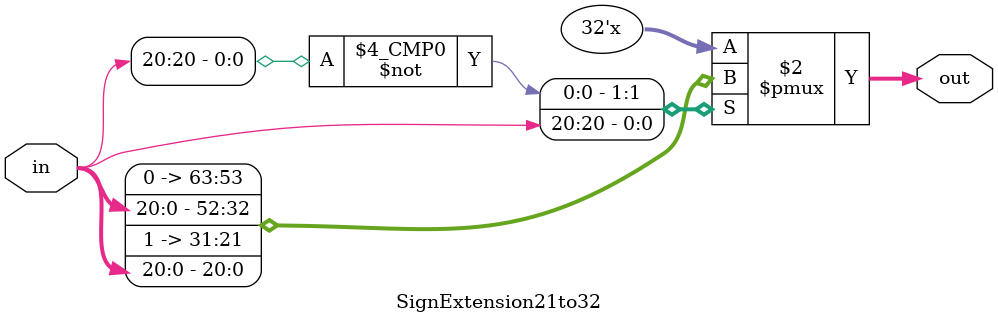
<source format=v>


`timescale 1ns / 1ps

// This module takes as input a 21-bit binary string and gives
// as output the "sign extended" 32-bit binary string.

module SignExtension21to32 ( in , out ) ;
    input wire [20:0] in ;
    output reg signed [31:0] out ;
    always @ ( * ) begin
        case ( in[20] )
            1'b0 : out = {11'b0, in} ;   // pad 11 0's if the leading bit is 0 (no. is pos)
            1'b1 : out = {11'b11111111111, in} ;   // pad 11 1's if the leading bit is 1 (no. is neg)
            default : out = {11'b0, in} ;   // to avoid latches
        endcase
    end
endmodule

</source>
